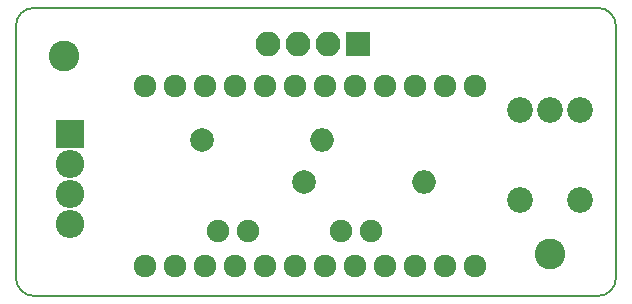
<source format=gbr>
%TF.GenerationSoftware,KiCad,Pcbnew,4.0.7*%
%TF.CreationDate,2018-07-03T14:37:38+02:00*%
%TF.ProjectId,pwmTOpwm,70776D544F70776D2E6B696361645F70,rev?*%
%TF.FileFunction,Soldermask,Bot*%
%FSLAX46Y46*%
G04 Gerber Fmt 4.6, Leading zero omitted, Abs format (unit mm)*
G04 Created by KiCad (PCBNEW 4.0.7) date Tuesday, July 03, 2018 'PMt' 02:37:38 PM*
%MOMM*%
%LPD*%
G01*
G04 APERTURE LIST*
%ADD10C,0.100000*%
%ADD11C,0.150000*%
%ADD12C,1.924000*%
%ADD13C,1.900000*%
%ADD14C,2.000000*%
%ADD15O,2.000000X2.000000*%
%ADD16R,2.100000X2.100000*%
%ADD17O,2.100000X2.100000*%
%ADD18O,2.398980X2.398980*%
%ADD19R,2.398980X2.398980*%
%ADD20C,2.178000*%
%ADD21C,2.600000*%
G04 APERTURE END LIST*
D10*
D11*
X213360000Y-122428000D02*
X213360000Y-101092000D01*
X164084000Y-123952000D02*
X211836000Y-123952000D01*
X162560000Y-101092000D02*
X162560000Y-122428000D01*
X164084000Y-99568000D02*
X211836000Y-99568000D01*
X211836000Y-123952000D02*
G75*
G03X213360000Y-122428000I0J1524000D01*
G01*
X213360000Y-101092000D02*
G75*
G03X211836000Y-99568000I-1524000J0D01*
G01*
X164084000Y-99568000D02*
G75*
G03X162560000Y-101092000I0J-1524000D01*
G01*
X162560000Y-122428000D02*
G75*
G03X164084000Y-123952000I1524000J0D01*
G01*
D12*
X201422000Y-106172000D03*
X198882000Y-106172000D03*
X196342000Y-106172000D03*
X193802000Y-106172000D03*
X191262000Y-106172000D03*
X188722000Y-106172000D03*
X186182000Y-106172000D03*
X183642000Y-106172000D03*
X181102000Y-106172000D03*
X178562000Y-106172000D03*
X176022000Y-106172000D03*
X173482000Y-106172000D03*
X201422000Y-121412000D03*
X198882000Y-121412000D03*
X196342000Y-121412000D03*
X193802000Y-121412000D03*
X191262000Y-121412000D03*
X188722000Y-121412000D03*
X186182000Y-121412000D03*
X183642000Y-121412000D03*
X181102000Y-121412000D03*
X178562000Y-121412000D03*
X176022000Y-121412000D03*
X173482000Y-121412000D03*
D13*
X192659000Y-118491000D03*
X190119000Y-118491000D03*
X182245000Y-118491000D03*
X179705000Y-118491000D03*
D14*
X186944000Y-114300000D03*
D15*
X197104000Y-114300000D03*
D16*
X191516000Y-102616000D03*
D17*
X188976000Y-102616000D03*
X186436000Y-102616000D03*
X183896000Y-102616000D03*
D18*
X167132000Y-117856000D03*
D19*
X167132000Y-110236000D03*
D18*
X167132000Y-112776000D03*
X167132000Y-115316000D03*
D14*
X178308000Y-110744000D03*
D15*
X188468000Y-110744000D03*
D20*
X210312000Y-115824000D03*
X205232000Y-115824000D03*
X205232000Y-108204000D03*
X207772000Y-108204000D03*
X210312000Y-108204000D03*
D21*
X166624000Y-103632000D03*
X207772000Y-120396000D03*
M02*

</source>
